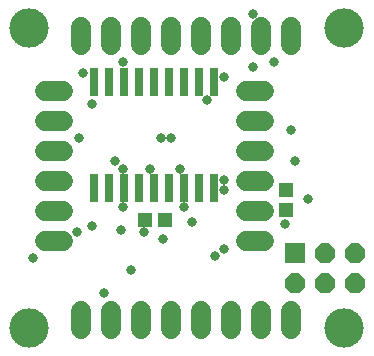
<source format=gbs>
G75*
%MOIN*%
%OFA0B0*%
%FSLAX25Y25*%
%IPPOS*%
%LPD*%
%AMOC8*
5,1,8,0,0,1.08239X$1,22.5*
%
%ADD10C,0.13100*%
%ADD11R,0.02962X0.09261*%
%ADD12R,0.04931X0.04537*%
%ADD13OC8,0.06600*%
%ADD14R,0.06600X0.06600*%
%ADD15C,0.06600*%
%ADD16C,0.06506*%
%ADD17C,0.03300*%
D10*
X0012840Y0014500D03*
X0012840Y0114500D03*
X0117840Y0114500D03*
X0117840Y0014500D03*
D11*
X0074706Y0060992D03*
X0069706Y0060992D03*
X0064706Y0060992D03*
X0059706Y0060992D03*
X0054706Y0060992D03*
X0049706Y0060992D03*
X0044706Y0060992D03*
X0039706Y0060992D03*
X0034706Y0060992D03*
X0034706Y0096465D03*
X0039706Y0096465D03*
X0044706Y0096465D03*
X0049706Y0096465D03*
X0054706Y0096465D03*
X0059706Y0096465D03*
X0064706Y0096465D03*
X0069706Y0096465D03*
X0074706Y0096465D03*
D12*
X0098815Y0060343D03*
X0098815Y0053650D03*
X0058423Y0050329D03*
X0051730Y0050329D03*
D13*
X0101540Y0029400D03*
X0111540Y0029400D03*
X0121540Y0029400D03*
X0121540Y0039400D03*
X0111540Y0039400D03*
D14*
X0101540Y0039400D03*
D15*
X0091340Y0043400D02*
X0085340Y0043400D01*
X0085340Y0053400D02*
X0091340Y0053400D01*
X0091340Y0063400D02*
X0085340Y0063400D01*
X0085340Y0073400D02*
X0091340Y0073400D01*
X0091340Y0083400D02*
X0085340Y0083400D01*
X0085340Y0093400D02*
X0091340Y0093400D01*
X0024340Y0093400D02*
X0018340Y0093400D01*
X0018340Y0083400D02*
X0024340Y0083400D01*
X0024340Y0073400D02*
X0018340Y0073400D01*
X0018340Y0063400D02*
X0024340Y0063400D01*
X0024340Y0053400D02*
X0018340Y0053400D01*
X0018340Y0043400D02*
X0024340Y0043400D01*
D16*
X0030340Y0020153D02*
X0030340Y0014247D01*
X0040340Y0014247D02*
X0040340Y0020153D01*
X0050340Y0020153D02*
X0050340Y0014247D01*
X0060340Y0014247D02*
X0060340Y0020153D01*
X0070340Y0020153D02*
X0070340Y0014247D01*
X0080340Y0014247D02*
X0080340Y0020153D01*
X0090340Y0020153D02*
X0090340Y0014247D01*
X0100340Y0014247D02*
X0100340Y0020153D01*
X0100340Y0108747D02*
X0100340Y0114653D01*
X0090340Y0114653D02*
X0090340Y0108747D01*
X0080340Y0108747D02*
X0080340Y0114653D01*
X0070340Y0114653D02*
X0070340Y0108747D01*
X0060340Y0108747D02*
X0060340Y0114653D01*
X0050340Y0114653D02*
X0050340Y0108747D01*
X0040340Y0108747D02*
X0040340Y0114653D01*
X0030340Y0114653D02*
X0030340Y0108747D01*
D17*
X0031040Y0099500D03*
X0033840Y0089000D03*
X0029640Y0077800D03*
X0041540Y0070100D03*
X0044340Y0067300D03*
X0053440Y0067300D03*
X0063240Y0067300D03*
X0060440Y0077800D03*
X0056940Y0077800D03*
X0072340Y0090400D03*
X0077940Y0098100D03*
X0087740Y0101600D03*
X0094740Y0103000D03*
X0087740Y0119100D03*
X0100340Y0080600D03*
X0101740Y0070100D03*
X0105940Y0057500D03*
X0098240Y0049100D03*
X0077940Y0040700D03*
X0075140Y0038600D03*
X0067440Y0049800D03*
X0064640Y0054700D03*
X0057640Y0044200D03*
X0051340Y0046300D03*
X0043640Y0047000D03*
X0044340Y0054700D03*
X0033840Y0048400D03*
X0028940Y0046300D03*
X0014240Y0037900D03*
X0038040Y0026000D03*
X0047140Y0033700D03*
X0077940Y0060300D03*
X0077940Y0063800D03*
X0044340Y0103000D03*
M02*

</source>
